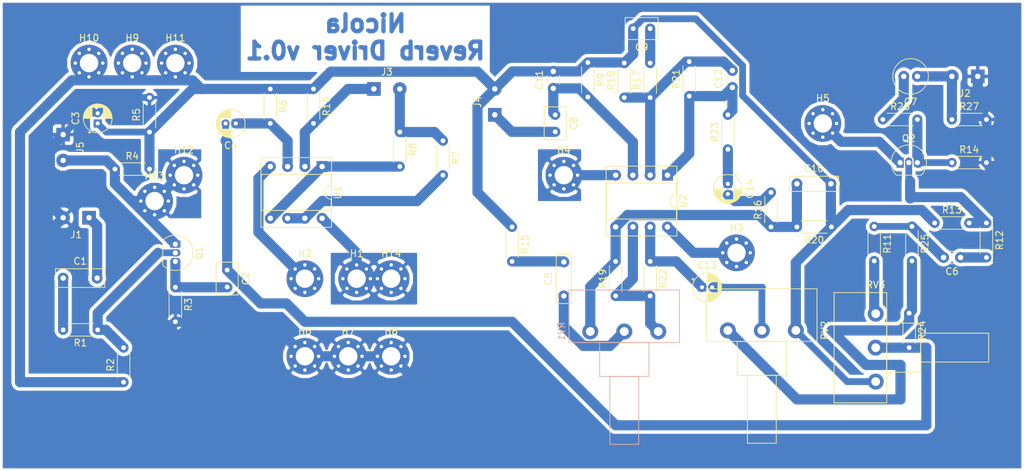
<source format=kicad_pcb>
(kicad_pcb (version 20171130) (host pcbnew 5.0.2+dfsg1-1)
  (layers (0 F.Cu signal) (31 B.Cu signal) (34 B.Paste user) (35 F.Paste user) (36 B.SilkS user) (37 F.SilkS user) (38 B.Mask user) (39 F.Mask user) (44 Edge.Cuts user))
  (net 0 "")
  (net 1 "Net-(C1-Pad1)")
  (net 2 "Net-(C1-Pad2)")
  (net 3 "Net-(C2-Pad2)")
  (net 4 "Net-(C2-Pad1)")
  (net 5 GND)
  (net 6 VDD)
  (net 7 "Net-(C4-Pad1)")
  (net 8 "Net-(C5-Pad2)")
  (net 9 "Net-(C5-Pad1)")
  (net 10 "Net-(C6-Pad2)")
  (net 11 "Net-(C6-Pad1)")
  (net 12 "Net-(C7-Pad1)")
  (net 13 "Net-(C7-Pad2)")
  (net 14 "Net-(C11-Pad1)")
  (net 15 "Net-(C8-Pad2)")
  (net 16 "Net-(C9-Pad1)")
  (net 17 "Net-(C10-Pad1)")
  (net 18 "Net-(C12-Pad1)")
  (net 19 "Net-(C12-Pad2)")
  (net 20 "Net-(C13-Pad1)")
  (net 21 "Net-(C13-Pad2)")
  (net 22 "Net-(C14-Pad1)")
  (net 23 "Net-(C14-Pad2)")
  (net 24 "Net-(J3-Pad1)")
  (net 25 "Net-(J3-Pad2)")
  (net 26 VCC)
  (net 27 "Net-(Q1-Pad2)")
  (net 28 "Net-(Q2-Pad3)")
  (net 29 "Net-(Q2-Pad2)")
  (net 30 "Net-(R7-Pad2)")
  (net 31 "Net-(R8-Pad2)")
  (net 32 "Net-(R19-Pad1)")
  (net 33 "Net-(R24-Pad1)")
  (net 34 "Net-(R11-Pad2)")
  (net 35 "Net-(H5-Pad1)")
  (net 36 "Net-(H2-Pad1)")
  (net 37 "Net-(H1-Pad1)")
  (net 38 "Net-(H3-Pad1)")
  (net 39 "Net-(H4-Pad1)")
  (module Potentiometer_THT:Potentiometer_Piher_T-16H_Single_Horizontal (layer F.Cu) (at 212.25 81.2)
    (fp_text reference RV3 (at 0 -14.25) (layer F.SilkS))
    (fp_text value DRY-POT)
    (pad 1 thru_hole circle (at 0 0) (size 2.34 2.34) (drill 1.3) (layers *.Cu *.Mask) (net 6 VDD))
    (pad 2 thru_hole circle (at 0 -5) (size 2.34 2.34) (drill 1.3) (layers *.Cu *.Mask) (net 4 "Net-(C2-Pad1)"))
    (pad 3 thru_hole circle (at 0 -10) (size 2.34 2.34) (drill 1.3) (layers *.Cu *.Mask) (net 34 "Net-(R11-Pad2)"))
  )
  (module Potentiometer_THT:Potentiometer_Piher_T-16H_Single_Horizontal (layer F.Cu) (at 190.5 73.66 270)
    (fp_text reference RV2 (at 0 -14.25 270) (layer F.SilkS))
    (fp_text value WET-POT)
    (pad 1 thru_hole circle (at 0 0 270) (size 2.34 2.34) (drill 1.3) (layers *.Cu *.Mask) (net 33 "Net-(R24-Pad1)"))
    (pad 2 thru_hole circle (at 0 -5 270) (size 2.34 2.34) (drill 1.3) (layers *.Cu *.Mask) (net 21 "Net-(C13-Pad2)"))
    (pad 3 thru_hole circle (at 0 -10 270) (size 2.34 2.34) (drill 1.3) (layers *.Cu *.Mask) (net 6 VDD))
  )
  (module Potentiometer_THT:Potentiometer_Piher_T-16H_Single_Horizontal (layer B.Cu) (at 180.26 73.82 270)
    (fp_text reference RV1 (at 0 14.25 270) (layer B.SilkS) (effects (justify mirror)))
    (fp_text value TONE_POT)
    (pad 1 thru_hole circle (at 0 0 270) (size 2.34 2.34) (drill 1.3) (layers *.Cu *.Mask) (net 32 "Net-(R19-Pad1)"))
    (pad 2 thru_hole circle (at 0 5 270) (size 2.34 2.34) (drill 1.3) (layers *.Cu *.Mask) (net 9 "Net-(C5-Pad1)"))
    (pad 3 thru_hole circle (at 0 10 270) (size 2.34 2.34) (drill 1.3) (layers *.Cu *.Mask) (net 17 "Net-(C10-Pad1)"))
  )
  (module Capacitor_THT:C_Disc_D3.0mm_W1.6mm_P2.50mm (layer F.Cu) (at 224.730425 62.918192 180)
    (fp_text reference C6 (at 1.25 -2.05 180) (layer F.SilkS))
    (fp_text value 0.1uF)
    (pad 2 thru_hole circle (at 2.5 0 180) (size 1.6 1.6) (drill 0.8) (layers *.Cu *.Mask) (net 10 "Net-(C6-Pad2)"))
    (pad 1 thru_hole circle (at 0 0 180) (size 1.6 1.6) (drill 0.8) (layers *.Cu *.Mask) (net 11 "Net-(C6-Pad1)"))
  )
  (module Resistor_THT:R_Axial_DIN0204_L3.6mm_D1.6mm_P5.08mm_Horizontal (layer F.Cu) (at 220.920425 57.838192)
    (fp_text reference R13 (at 2.54 -1.92) (layer F.SilkS))
    (fp_text value 1M)
    (pad 2 thru_hole oval (at 5.08 0) (size 1.4 1.4) (drill 0.7) (layers *.Cu *.Mask) (net 29 "Net-(Q2-Pad2)"))
    (pad 1 thru_hole circle (at 0 0) (size 1.4 1.4) (drill 0.7) (layers *.Cu *.Mask) (net 6 VDD))
  )
  (module Resistor_THT:R_Axial_DIN0204_L3.6mm_D1.6mm_P5.08mm_Horizontal (layer F.Cu) (at 228.540425 57.838192 270)
    (fp_text reference R12 (at 2.54 -1.92 270) (layer F.SilkS))
    (fp_text value 1k)
    (pad 1 thru_hole circle (at 0 0 270) (size 1.4 1.4) (drill 0.7) (layers *.Cu *.Mask) (net 29 "Net-(Q2-Pad2)"))
    (pad 2 thru_hole oval (at 5.08 0 270) (size 1.4 1.4) (drill 0.7) (layers *.Cu *.Mask) (net 11 "Net-(C6-Pad1)"))
  )
  (module Capacitor_THT:C_Rect_L7.0mm_W2.5mm_P5.00mm (layer F.Cu) (at 92.71 65.959692)
    (fp_text reference C1 (at 2.5 -2.5) (layer F.SilkS))
    (fp_text value 0.1uF)
    (pad 1 thru_hole circle (at 0 0) (size 1.6 1.6) (drill 0.8) (layers *.Cu *.Mask) (net 1 "Net-(C1-Pad1)"))
    (pad 2 thru_hole circle (at 5 0) (size 1.6 1.6) (drill 0.8) (layers *.Cu *.Mask) (net 2 "Net-(C1-Pad2)"))
  )
  (module Capacitor_THT:C_Rect_L4.6mm_W3.0mm_P2.50mm_MKS02_FKP02 (layer F.Cu) (at 116.84 64.77 270)
    (fp_text reference C2 (at 1.25 -2.75 270) (layer F.SilkS))
    (fp_text value 22uF)
    (pad 2 thru_hole circle (at 2.5 0 270) (size 1.4 1.4) (drill 0.7) (layers *.Cu *.Mask) (net 3 "Net-(C2-Pad2)"))
    (pad 1 thru_hole circle (at 0 0 270) (size 1.4 1.4) (drill 0.7) (layers *.Cu *.Mask) (net 4 "Net-(C2-Pad1)"))
  )
  (module Capacitor_THT:CP_Radial_D4.0mm_P1.50mm (layer F.Cu) (at 97.79 43.18 90)
    (fp_text reference C3 (at 0.75 -3.25 90) (layer F.SilkS))
    (fp_text value 10uF)
    (pad 2 thru_hole circle (at 1.5 0 90) (size 1.2 1.2) (drill 0.6) (layers *.Cu *.Mask) (net 5 GND))
    (pad 1 thru_hole rect (at 0 0 90) (size 1.2 1.2) (drill 0.6) (layers *.Cu *.Mask) (net 6 VDD))
  )
  (module Capacitor_THT:CP_Radial_D4.0mm_P1.50mm (layer F.Cu) (at 118.11 43.18 180)
    (fp_text reference C4 (at 0.75 -3.25 180) (layer F.SilkS))
    (fp_text value 1uF)
    (pad 2 thru_hole circle (at 1.5 0 180) (size 1.2 1.2) (drill 0.6) (layers *.Cu *.Mask) (net 4 "Net-(C2-Pad1)"))
    (pad 1 thru_hole rect (at 0 0 180) (size 1.2 1.2) (drill 0.6) (layers *.Cu *.Mask) (net 7 "Net-(C4-Pad1)"))
  )
  (module Capacitor_THT:C_Rect_L7.0mm_W2.0mm_P5.00mm (layer F.Cu) (at 166.37 68.58 90)
    (fp_text reference C5 (at 2.5 -2.25 90) (layer F.SilkS))
    (fp_text value 220nF)
    (pad 2 thru_hole circle (at 5 0 90) (size 1.6 1.6) (drill 0.8) (layers *.Cu *.Mask) (net 8 "Net-(C5-Pad2)"))
    (pad 1 thru_hole circle (at 0 0 90) (size 1.6 1.6) (drill 0.8) (layers *.Cu *.Mask) (net 9 "Net-(C5-Pad1)"))
  )
  (module Capacitor_THT:C_Radial_D5.0mm_H11.0mm_P2.00mm (layer F.Cu) (at 218.380425 36.248192 180)
    (fp_text reference C7 (at 1 -3.75 180) (layer F.SilkS))
    (fp_text value 10uF)
    (pad 1 thru_hole circle (at 0 0 180) (size 1.6 1.6) (drill 0.8) (layers *.Cu *.Mask) (net 12 "Net-(C7-Pad1)"))
    (pad 2 thru_hole circle (at 2 0 180) (size 1.6 1.6) (drill 0.8) (layers *.Cu *.Mask) (net 13 "Net-(C7-Pad2)"))
  )
  (module Capacitor_THT:C_Rect_L4.6mm_W3.0mm_P2.50mm_MKS02_FKP02 (layer F.Cu) (at 165.1 41.91 270)
    (fp_text reference C8 (at 1.25 -2.75 270) (layer F.SilkS))
    (fp_text value 47nF)
    (pad 1 thru_hole circle (at 0 0 270) (size 1.4 1.4) (drill 0.7) (layers *.Cu *.Mask) (net 14 "Net-(C11-Pad1)"))
    (pad 2 thru_hole circle (at 2.5 0 270) (size 1.4 1.4) (drill 0.7) (layers *.Cu *.Mask) (net 15 "Net-(C8-Pad2)"))
  )
  (module Capacitor_THT:C_Rect_L4.6mm_W3.0mm_P2.50mm_MKS02_FKP02 (layer F.Cu) (at 179.07 29.21 180)
    (fp_text reference C9 (at 1.25 -2.75 180) (layer F.SilkS))
    (fp_text value 47nF)
    (pad 1 thru_hole circle (at 0 0 180) (size 1.4 1.4) (drill 0.7) (layers *.Cu *.Mask) (net 16 "Net-(C9-Pad1)"))
    (pad 2 thru_hole circle (at 2.5 0 180) (size 1.4 1.4) (drill 0.7) (layers *.Cu *.Mask) (net 6 VDD))
  )
  (module Capacitor_THT:C_Rect_L7.0mm_W2.0mm_P5.00mm (layer F.Cu) (at 200.66 52.07)
    (fp_text reference C10 (at 2.5 -2.25) (layer F.SilkS))
    (fp_text value 220nF)
    (pad 1 thru_hole circle (at 0 0) (size 1.6 1.6) (drill 0.8) (layers *.Cu *.Mask) (net 17 "Net-(C10-Pad1)"))
    (pad 2 thru_hole circle (at 5 0) (size 1.6 1.6) (drill 0.8) (layers *.Cu *.Mask) (net 6 VDD))
  )
  (module Capacitor_THT:C_Disc_D3.0mm_W1.6mm_P2.50mm (layer F.Cu) (at 164.819005 38.015311 90)
    (fp_text reference C11 (at 1.25 -2.05 90) (layer F.SilkS))
    (fp_text value 1nf)
    (pad 1 thru_hole circle (at 0 0 90) (size 1.6 1.6) (drill 0.8) (layers *.Cu *.Mask) (net 14 "Net-(C11-Pad1)"))
    (pad 2 thru_hole circle (at 2.5 0 90) (size 1.6 1.6) (drill 0.8) (layers *.Cu *.Mask) (net 6 VDD))
  )
  (module Capacitor_THT:C_Disc_D3.0mm_W1.6mm_P2.50mm (layer F.Cu) (at 191.16796 37.88084 90)
    (fp_text reference C12 (at 1.25 -2.05 90) (layer F.SilkS))
    (fp_text value 22pF)
    (pad 1 thru_hole circle (at 0 0 90) (size 1.6 1.6) (drill 0.8) (layers *.Cu *.Mask) (net 18 "Net-(C12-Pad1)"))
    (pad 2 thru_hole circle (at 2.5 0 90) (size 1.6 1.6) (drill 0.8) (layers *.Cu *.Mask) (net 19 "Net-(C12-Pad2)"))
  )
  (module Capacitor_THT:CP_Radial_D4.0mm_P1.50mm (layer F.Cu) (at 186.69 67.31)
    (fp_text reference C13 (at 0.75 -3.25) (layer F.SilkS))
    (fp_text value 4.7uF)
    (pad 1 thru_hole rect (at 0 0) (size 1.2 1.2) (drill 0.6) (layers *.Cu *.Mask) (net 20 "Net-(C13-Pad1)"))
    (pad 2 thru_hole circle (at 1.5 0) (size 1.2 1.2) (drill 0.6) (layers *.Cu *.Mask) (net 21 "Net-(C13-Pad2)"))
  )
  (module Capacitor_THT:CP_Radial_D4.0mm_P1.50mm (layer F.Cu) (at 190.5 52.07 270)
    (fp_text reference C14 (at 0.75 -3.25 270) (layer F.SilkS))
    (fp_text value 4.7uF)
    (pad 1 thru_hole rect (at 0 0 270) (size 1.2 1.2) (drill 0.6) (layers *.Cu *.Mask) (net 22 "Net-(C14-Pad1)"))
    (pad 2 thru_hole circle (at 1.5 0 270) (size 1.2 1.2) (drill 0.6) (layers *.Cu *.Mask) (net 23 "Net-(C14-Pad2)"))
  )
  (module Connector_Wire:SolderWirePad_1x02_P3.81mm_Drill0.8mm (layer F.Cu) (at 96.52 57.069692 180)
    (fp_text reference J1 (at 1.905 -2.5 180) (layer F.SilkS))
    (fp_text value Conn_01x02_Male)
    (pad 2 thru_hole circle (at 3.81 0 180) (size 1.99898 1.99898) (drill 0.8001) (layers *.Cu *.Mask) (net 5 GND))
    (pad 1 thru_hole rect (at 0 0 180) (size 1.99898 1.99898) (drill 0.8001) (layers *.Cu *.Mask) (net 2 "Net-(C1-Pad2)"))
  )
  (module Connector_Wire:SolderWirePad_1x02_P3.81mm_Drill0.8mm (layer F.Cu) (at 227.270425 36.248192 180)
    (fp_text reference J2 (at 1.905 -2.5 180) (layer F.SilkS))
    (fp_text value Conn_01x02_Male)
    (pad 1 thru_hole rect (at 0 0 180) (size 1.99898 1.99898) (drill 0.8001) (layers *.Cu *.Mask) (net 5 GND))
    (pad 2 thru_hole circle (at 3.81 0 180) (size 1.99898 1.99898) (drill 0.8001) (layers *.Cu *.Mask) (net 12 "Net-(C7-Pad1)"))
  )
  (module Connector_Wire:SolderWirePad_1x02_P3.81mm_Drill0.8mm (layer F.Cu) (at 138.43 38.1)
    (fp_text reference J3 (at 1.905 -2.5) (layer F.SilkS))
    (fp_text value Conn_01x02_Male)
    (pad 1 thru_hole rect (at 0 0) (size 1.99898 1.99898) (drill 0.8001) (layers *.Cu *.Mask) (net 24 "Net-(J3-Pad1)"))
    (pad 2 thru_hole circle (at 3.81 0) (size 1.99898 1.99898) (drill 0.8001) (layers *.Cu *.Mask) (net 25 "Net-(J3-Pad2)"))
  )
  (module Connector_Wire:SolderWirePad_1x02_P3.81mm_Drill0.8mm (layer F.Cu) (at 156.21 41.91 90)
    (fp_text reference J4 (at 1.905 -2.5 90) (layer F.SilkS))
    (fp_text value Conn_01x02_Male)
    (pad 2 thru_hole circle (at 3.81 0 90) (size 1.99898 1.99898) (drill 0.8001) (layers *.Cu *.Mask) (net 6 VDD))
    (pad 1 thru_hole rect (at 0 0 90) (size 1.99898 1.99898) (drill 0.8001) (layers *.Cu *.Mask) (net 15 "Net-(C8-Pad2)"))
  )
  (module Connector_Wire:SolderWirePad_1x02_P3.81mm_Drill0.8mm (layer F.Cu) (at 92.71 44.821698 270)
    (fp_text reference J5 (at 1.905 -2.5 270) (layer F.SilkS))
    (fp_text value Conn_01x02_Male)
    (pad 1 thru_hole rect (at 0 0 270) (size 1.99898 1.99898) (drill 0.8001) (layers *.Cu *.Mask) (net 5 GND))
    (pad 2 thru_hole circle (at 3.81 0 270) (size 1.99898 1.99898) (drill 0.8001) (layers *.Cu *.Mask) (net 26 VCC))
  )
  (module Package_TO_SOT_THT:TO-92_Inline (layer F.Cu) (at 109.22 60.96 270)
    (fp_text reference Q1 (at 1.27 -3.56 270) (layer F.SilkS))
    (fp_text value BC337)
    (pad 2 thru_hole oval (at 1.27 0 270) (size 1.05 1.5) (drill 0.75) (layers *.Cu *.Mask) (net 27 "Net-(Q1-Pad2)"))
    (pad 3 thru_hole oval (at 2.54 0 270) (size 1.05 1.5) (drill 0.75) (layers *.Cu *.Mask) (net 3 "Net-(C2-Pad2)"))
    (pad 1 thru_hole rect (at 0 0 270) (size 1.05 1.5) (drill 0.75) (layers *.Cu *.Mask) (net 26 VCC))
  )
  (module Package_TO_SOT_THT:TO-92_Inline (layer F.Cu) (at 215.840425 48.948192)
    (fp_text reference Q2 (at 1.27 -3.56) (layer F.SilkS))
    (fp_text value BC337)
    (pad 1 thru_hole rect (at 0 0) (size 1.05 1.5) (drill 0.75) (layers *.Cu *.Mask) (net 35 "Net-(H5-Pad1)"))
    (pad 3 thru_hole oval (at 2.54 0) (size 1.05 1.5) (drill 0.75) (layers *.Cu *.Mask) (net 28 "Net-(Q2-Pad3)"))
    (pad 2 thru_hole oval (at 1.27 0) (size 1.05 1.5) (drill 0.75) (layers *.Cu *.Mask) (net 29 "Net-(Q2-Pad2)"))
  )
  (module Resistor_THT:R_Axial_DIN0204_L3.6mm_D1.6mm_P5.08mm_Horizontal (layer F.Cu) (at 97.79 73.579692 180)
    (fp_text reference R1 (at 2.54 -1.92 180) (layer F.SilkS))
    (fp_text value 1k)
    (pad 2 thru_hole oval (at 5.08 0 180) (size 1.4 1.4) (drill 0.7) (layers *.Cu *.Mask) (net 1 "Net-(C1-Pad1)"))
    (pad 1 thru_hole circle (at 0 0 180) (size 1.4 1.4) (drill 0.7) (layers *.Cu *.Mask) (net 27 "Net-(Q1-Pad2)"))
  )
  (module Resistor_THT:R_Axial_DIN0204_L3.6mm_D1.6mm_P5.08mm_Horizontal (layer F.Cu) (at 101.6 81.28 90)
    (fp_text reference R2 (at 2.54 -1.92 90) (layer F.SilkS))
    (fp_text value 1M)
    (pad 1 thru_hole circle (at 0 0 90) (size 1.4 1.4) (drill 0.7) (layers *.Cu *.Mask) (net 6 VDD))
    (pad 2 thru_hole oval (at 5.08 0 90) (size 1.4 1.4) (drill 0.7) (layers *.Cu *.Mask) (net 27 "Net-(Q1-Pad2)"))
  )
  (module Resistor_THT:R_Axial_DIN0204_L3.6mm_D1.6mm_P5.08mm_Horizontal (layer F.Cu) (at 109.22 67.31 270)
    (fp_text reference R3 (at 2.54 -1.92 270) (layer F.SilkS))
    (fp_text value 10k)
    (pad 1 thru_hole circle (at 0 0 270) (size 1.4 1.4) (drill 0.7) (layers *.Cu *.Mask) (net 3 "Net-(C2-Pad2)"))
    (pad 2 thru_hole oval (at 5.08 0 270) (size 1.4 1.4) (drill 0.7) (layers *.Cu *.Mask) (net 5 GND))
  )
  (module Resistor_THT:R_Axial_DIN0204_L3.6mm_D1.6mm_P5.08mm_Horizontal (layer F.Cu) (at 100.33 49.901698)
    (fp_text reference R4 (at 2.54 -1.92) (layer F.SilkS))
    (fp_text value 10k)
    (pad 2 thru_hole oval (at 5.08 0) (size 1.4 1.4) (drill 0.7) (layers *.Cu *.Mask) (net 6 VDD))
    (pad 1 thru_hole circle (at 0 0) (size 1.4 1.4) (drill 0.7) (layers *.Cu *.Mask) (net 26 VCC))
  )
  (module Resistor_THT:R_Axial_DIN0204_L3.6mm_D1.6mm_P5.08mm_Horizontal (layer F.Cu) (at 105.41 44.45 90)
    (fp_text reference R5 (at 2.54 -1.92 90) (layer F.SilkS))
    (fp_text value 10k)
    (pad 1 thru_hole circle (at 0 0 90) (size 1.4 1.4) (drill 0.7) (layers *.Cu *.Mask) (net 6 VDD))
    (pad 2 thru_hole oval (at 5.08 0 90) (size 1.4 1.4) (drill 0.7) (layers *.Cu *.Mask) (net 5 GND))
  )
  (module Resistor_THT:R_Axial_DIN0204_L3.6mm_D1.6mm_P5.08mm_Horizontal (layer F.Cu) (at 123.19 38.1 270)
    (fp_text reference R6 (at 2.54 -1.92 270) (layer F.SilkS))
    (fp_text value 100k)
    (pad 1 thru_hole circle (at 0 0 270) (size 1.4 1.4) (drill 0.7) (layers *.Cu *.Mask) (net 6 VDD))
    (pad 2 thru_hole oval (at 5.08 0 270) (size 1.4 1.4) (drill 0.7) (layers *.Cu *.Mask) (net 7 "Net-(C4-Pad1)"))
  )
  (module Resistor_THT:R_Axial_DIN0204_L3.6mm_D1.6mm_P5.08mm_Horizontal (layer F.Cu) (at 148.59 45.72 270)
    (fp_text reference R7 (at 2.54 -1.92 270) (layer F.SilkS))
    (fp_text value 1k)
    (pad 2 thru_hole oval (at 5.08 0 270) (size 1.4 1.4) (drill 0.7) (layers *.Cu *.Mask) (net 30 "Net-(R7-Pad2)"))
    (pad 1 thru_hole circle (at 0 0 270) (size 1.4 1.4) (drill 0.7) (layers *.Cu *.Mask) (net 25 "Net-(J3-Pad2)"))
  )
  (module Resistor_THT:R_Axial_DIN0204_L3.6mm_D1.6mm_P5.08mm_Horizontal (layer F.Cu) (at 142.24 44.45 270)
    (fp_text reference R8 (at 2.54 -1.92 270) (layer F.SilkS))
    (fp_text value 1k)
    (pad 1 thru_hole circle (at 0 0 270) (size 1.4 1.4) (drill 0.7) (layers *.Cu *.Mask) (net 25 "Net-(J3-Pad2)"))
    (pad 2 thru_hole oval (at 5.08 0 270) (size 1.4 1.4) (drill 0.7) (layers *.Cu *.Mask) (net 31 "Net-(R8-Pad2)"))
  )
  (module Resistor_THT:R_Axial_DIN0204_L3.6mm_D1.6mm_P5.08mm_Horizontal (layer F.Cu) (at 169.899005 34.205311 270)
    (fp_text reference R9 (at 2.54 -1.92 270) (layer F.SilkS))
    (fp_text value 22k)
    (pad 1 thru_hole circle (at 0 0 270) (size 1.4 1.4) (drill 0.7) (layers *.Cu *.Mask) (net 6 VDD))
    (pad 2 thru_hole oval (at 5.08 0 270) (size 1.4 1.4) (drill 0.7) (layers *.Cu *.Mask) (net 14 "Net-(C11-Pad1)"))
  )
  (module Resistor_THT:R_Axial_DIN0204_L3.6mm_D1.6mm_P5.08mm_Horizontal (layer F.Cu) (at 129.54 38.1 270)
    (fp_text reference R10 (at 2.54 -1.92 270) (layer F.SilkS))
    (fp_text value 100k)
    (pad 2 thru_hole oval (at 5.08 0 270) (size 1.4 1.4) (drill 0.7) (layers *.Cu *.Mask) (net 24 "Net-(J3-Pad1)"))
    (pad 1 thru_hole circle (at 0 0 270) (size 1.4 1.4) (drill 0.7) (layers *.Cu *.Mask) (net 6 VDD))
  )
  (module Resistor_THT:R_Axial_DIN0204_L3.6mm_D1.6mm_P5.08mm_Horizontal (layer F.Cu) (at 212.030425 58.350178 270)
    (fp_text reference R11 (at 2.54 -1.92 270) (layer F.SilkS))
    (fp_text value 10k)
    (pad 2 thru_hole oval (at 5.08 0 270) (size 1.4 1.4) (drill 0.7) (layers *.Cu *.Mask) (net 34 "Net-(R11-Pad2)"))
    (pad 1 thru_hole circle (at 0 0 270) (size 1.4 1.4) (drill 0.7) (layers *.Cu *.Mask) (net 10 "Net-(C6-Pad2)"))
  )
  (module Resistor_THT:R_Axial_DIN0204_L3.6mm_D1.6mm_P5.08mm_Horizontal (layer F.Cu) (at 223.460425 48.948192)
    (fp_text reference R14 (at 2.54 -1.92) (layer F.SilkS))
    (fp_text value 10k)
    (pad 2 thru_hole oval (at 5.08 0) (size 1.4 1.4) (drill 0.7) (layers *.Cu *.Mask) (net 5 GND))
    (pad 1 thru_hole circle (at 0 0) (size 1.4 1.4) (drill 0.7) (layers *.Cu *.Mask) (net 28 "Net-(Q2-Pad3)"))
  )
  (module Resistor_THT:R_Axial_DIN0204_L3.6mm_D1.6mm_P5.08mm_Horizontal (layer F.Cu) (at 158.75 58.42 270)
    (fp_text reference R15 (at 2.54 -1.92 270) (layer F.SilkS))
    (fp_text value 10k)
    (pad 2 thru_hole oval (at 5.08 0 270) (size 1.4 1.4) (drill 0.7) (layers *.Cu *.Mask) (net 8 "Net-(C5-Pad2)"))
    (pad 1 thru_hole circle (at 0 0 270) (size 1.4 1.4) (drill 0.7) (layers *.Cu *.Mask) (net 6 VDD))
  )
  (module Resistor_THT:R_Axial_DIN0204_L3.6mm_D1.6mm_P5.08mm_Horizontal (layer F.Cu) (at 196.85 58.42 90)
    (fp_text reference R16 (at 2.54 -1.92 90) (layer F.SilkS))
    (fp_text value 1k)
    (pad 1 thru_hole circle (at 0 0 90) (size 1.4 1.4) (drill 0.7) (layers *.Cu *.Mask) (net 17 "Net-(C10-Pad1)"))
    (pad 2 thru_hole oval (at 5.08 0 90) (size 1.4 1.4) (drill 0.7) (layers *.Cu *.Mask) (net 23 "Net-(C14-Pad2)"))
  )
  (module Resistor_THT:R_Axial_DIN0204_L3.6mm_D1.6mm_P5.08mm_Horizontal (layer F.Cu) (at 179.07 39.37 90)
    (fp_text reference R17 (at 2.54 -1.92 90) (layer F.SilkS))
    (fp_text value 220)
    (pad 2 thru_hole oval (at 5.08 0 90) (size 1.4 1.4) (drill 0.7) (layers *.Cu *.Mask) (net 16 "Net-(C9-Pad1)"))
    (pad 1 thru_hole circle (at 0 0 90) (size 1.4 1.4) (drill 0.7) (layers *.Cu *.Mask) (net 19 "Net-(C12-Pad2)"))
  )
  (module Resistor_THT:R_Axial_DIN0204_L3.6mm_D1.6mm_P5.08mm_Horizontal (layer F.Cu) (at 175.26 39.37 90)
    (fp_text reference R18 (at 2.54 -1.92 90) (layer F.SilkS))
    (fp_text value 1k)
    (pad 2 thru_hole oval (at 5.08 0 90) (size 1.4 1.4) (drill 0.7) (layers *.Cu *.Mask) (net 6 VDD))
    (pad 1 thru_hole circle (at 0 0 90) (size 1.4 1.4) (drill 0.7) (layers *.Cu *.Mask) (net 19 "Net-(C12-Pad2)"))
  )
  (module Resistor_THT:R_Axial_DIN0204_L3.6mm_D1.6mm_P5.08mm_Horizontal (layer F.Cu) (at 173.99 68.58 90)
    (fp_text reference R19 (at 2.54 -1.92 90) (layer F.SilkS))
    (fp_text value 1k)
    (pad 2 thru_hole oval (at 5.08 0 90) (size 1.4 1.4) (drill 0.7) (layers *.Cu *.Mask) (net 17 "Net-(C10-Pad1)"))
    (pad 1 thru_hole circle (at 0 0 90) (size 1.4 1.4) (drill 0.7) (layers *.Cu *.Mask) (net 32 "Net-(R19-Pad1)"))
  )
  (module Resistor_THT:R_Axial_DIN0204_L3.6mm_D1.6mm_P5.08mm_Horizontal (layer F.Cu) (at 205.74 58.42 180)
    (fp_text reference R20 (at 2.54 -1.92 180) (layer F.SilkS))
    (fp_text value 100k)
    (pad 1 thru_hole circle (at 0 0 180) (size 1.4 1.4) (drill 0.7) (layers *.Cu *.Mask) (net 6 VDD))
    (pad 2 thru_hole oval (at 5.08 0 180) (size 1.4 1.4) (drill 0.7) (layers *.Cu *.Mask) (net 17 "Net-(C10-Pad1)"))
  )
  (module Resistor_THT:R_Axial_DIN0204_L3.6mm_D1.6mm_P5.08mm_Horizontal (layer F.Cu) (at 184.81796 39.15084 90)
    (fp_text reference R21 (at 2.54 -1.92 90) (layer F.SilkS))
    (fp_text value 100k)
    (pad 1 thru_hole circle (at 0 0 90) (size 1.4 1.4) (drill 0.7) (layers *.Cu *.Mask) (net 18 "Net-(C12-Pad1)"))
    (pad 2 thru_hole oval (at 5.08 0 90) (size 1.4 1.4) (drill 0.7) (layers *.Cu *.Mask) (net 19 "Net-(C12-Pad2)"))
  )
  (module Resistor_THT:R_Axial_DIN0204_L3.6mm_D1.6mm_P5.08mm_Horizontal (layer F.Cu) (at 179.07 63.5 270)
    (fp_text reference R22 (at 2.54 -1.92 270) (layer F.SilkS))
    (fp_text value 1k)
    (pad 1 thru_hole circle (at 0 0 270) (size 1.4 1.4) (drill 0.7) (layers *.Cu *.Mask) (net 20 "Net-(C13-Pad1)"))
    (pad 2 thru_hole oval (at 5.08 0 270) (size 1.4 1.4) (drill 0.7) (layers *.Cu *.Mask) (net 32 "Net-(R19-Pad1)"))
  )
  (module Resistor_THT:R_Axial_DIN0204_L3.6mm_D1.6mm_P5.08mm_Horizontal (layer F.Cu) (at 190.5 46.99 90)
    (fp_text reference R23 (at 2.54 -1.92 90) (layer F.SilkS))
    (fp_text value 4k7)
    (pad 1 thru_hole circle (at 0 0 90) (size 1.4 1.4) (drill 0.7) (layers *.Cu *.Mask) (net 22 "Net-(C14-Pad1)"))
    (pad 2 thru_hole oval (at 5.08 0 90) (size 1.4 1.4) (drill 0.7) (layers *.Cu *.Mask) (net 18 "Net-(C12-Pad1)"))
  )
  (module Resistor_THT:R_Axial_DIN0204_L3.6mm_D1.6mm_P5.08mm_Horizontal (layer F.Cu) (at 217.17 71.12 270)
    (fp_text reference R24 (at 2.54 -1.92 270) (layer F.SilkS))
    (fp_text value 4k7)
    (pad 1 thru_hole circle (at 0 0 270) (size 1.4 1.4) (drill 0.7) (layers *.Cu *.Mask) (net 33 "Net-(R24-Pad1)"))
    (pad 2 thru_hole oval (at 5.08 0 270) (size 1.4 1.4) (drill 0.7) (layers *.Cu *.Mask) (net 4 "Net-(C2-Pad1)"))
  )
  (module Resistor_THT:R_Axial_DIN0204_L3.6mm_D1.6mm_P5.08mm_Horizontal (layer F.Cu) (at 217.581509 58.350178 270)
    (fp_text reference R25 (at 2.54 -1.92 270) (layer F.SilkS))
    (fp_text value 10k)
    (pad 1 thru_hole circle (at 0 0 270) (size 1.4 1.4) (drill 0.7) (layers *.Cu *.Mask) (net 10 "Net-(C6-Pad2)"))
    (pad 2 thru_hole oval (at 5.08 0 270) (size 1.4 1.4) (drill 0.7) (layers *.Cu *.Mask) (net 33 "Net-(R24-Pad1)"))
  )
  (module Resistor_THT:R_Axial_DIN0204_L3.6mm_D1.6mm_P5.08mm_Horizontal (layer F.Cu) (at 213.300425 42.598192)
    (fp_text reference R26 (at 2.54 -1.92) (layer F.SilkS))
    (fp_text value 1k)
    (pad 2 thru_hole oval (at 5.08 0) (size 1.4 1.4) (drill 0.7) (layers *.Cu *.Mask) (net 28 "Net-(Q2-Pad3)"))
    (pad 1 thru_hole circle (at 0 0) (size 1.4 1.4) (drill 0.7) (layers *.Cu *.Mask) (net 13 "Net-(C7-Pad2)"))
  )
  (module Resistor_THT:R_Axial_DIN0204_L3.6mm_D1.6mm_P5.08mm_Horizontal (layer F.Cu) (at 223.460425 42.598192)
    (fp_text reference R27 (at 2.54 -1.92) (layer F.SilkS))
    (fp_text value 10k)
    (pad 2 thru_hole oval (at 5.08 0) (size 1.4 1.4) (drill 0.7) (layers *.Cu *.Mask) (net 5 GND))
    (pad 1 thru_hole circle (at 0 0) (size 1.4 1.4) (drill 0.7) (layers *.Cu *.Mask) (net 12 "Net-(C7-Pad1)"))
  )
  (module Package_DIP:DIP-8_W7.62mm_Socket (layer F.Cu) (at 130.81 49.53 270)
    (fp_text reference U1 (at 3.81 -2.33 270) (layer F.SilkS))
    (fp_text value TL082)
    (pad 1 thru_hole rect (at 0 0 270) (size 1.6 1.6) (drill 0.8) (layers *.Cu *.Mask) (net 31 "Net-(R8-Pad2)"))
    (pad 5 thru_hole oval (at 7.62 7.62 270) (size 1.6 1.6) (drill 0.8) (layers *.Cu *.Mask) (net 31 "Net-(R8-Pad2)"))
    (pad 2 thru_hole oval (at 0 2.54 270) (size 1.6 1.6) (drill 0.8) (layers *.Cu *.Mask) (net 24 "Net-(J3-Pad1)"))
    (pad 6 thru_hole oval (at 7.62 5.08 270) (size 1.6 1.6) (drill 0.8) (layers *.Cu *.Mask) (net 30 "Net-(R7-Pad2)"))
    (pad 3 thru_hole oval (at 0 5.08 270) (size 1.6 1.6) (drill 0.8) (layers *.Cu *.Mask) (net 7 "Net-(C4-Pad1)"))
    (pad 7 thru_hole oval (at 7.62 2.54 270) (size 1.6 1.6) (drill 0.8) (layers *.Cu *.Mask) (net 30 "Net-(R7-Pad2)"))
    (pad 4 thru_hole oval (at 0 7.62 270) (size 1.6 1.6) (drill 0.8) (layers *.Cu *.Mask) (net 36 "Net-(H2-Pad1)"))
    (pad 8 thru_hole oval (at 7.62 0 270) (size 1.6 1.6) (drill 0.8) (layers *.Cu *.Mask) (net 37 "Net-(H1-Pad1)"))
  )
  (module Package_DIP:DIP-8_W7.62mm_Socket (layer F.Cu) (at 181.61 50.8 270)
    (fp_text reference U2 (at 3.81 -2.33 270) (layer F.SilkS))
    (fp_text value TL082)
    (pad 8 thru_hole oval (at 7.62 0 270) (size 1.6 1.6) (drill 0.8) (layers *.Cu *.Mask) (net 38 "Net-(H3-Pad1)"))
    (pad 4 thru_hole oval (at 0 7.62 270) (size 1.6 1.6) (drill 0.8) (layers *.Cu *.Mask) (net 39 "Net-(H4-Pad1)"))
    (pad 7 thru_hole oval (at 7.62 2.54 270) (size 1.6 1.6) (drill 0.8) (layers *.Cu *.Mask) (net 20 "Net-(C13-Pad1)"))
    (pad 3 thru_hole oval (at 0 5.08 270) (size 1.6 1.6) (drill 0.8) (layers *.Cu *.Mask) (net 14 "Net-(C11-Pad1)"))
    (pad 6 thru_hole oval (at 7.62 5.08 270) (size 1.6 1.6) (drill 0.8) (layers *.Cu *.Mask) (net 32 "Net-(R19-Pad1)"))
    (pad 2 thru_hole oval (at 0 2.54 270) (size 1.6 1.6) (drill 0.8) (layers *.Cu *.Mask) (net 19 "Net-(C12-Pad2)"))
    (pad 5 thru_hole oval (at 7.62 7.62 270) (size 1.6 1.6) (drill 0.8) (layers *.Cu *.Mask) (net 17 "Net-(C10-Pad1)"))
    (pad 1 thru_hole rect (at 0 0 270) (size 1.6 1.6) (drill 0.8) (layers *.Cu *.Mask) (net 18 "Net-(C12-Pad1)"))
  )
  (module MountingHole:MountingHole_2.7mm_M2.5_Pad_Via (layer F.Cu) (at 135.89 66.04)
    (fp_text reference H1 (at 0 -3.7) (layer F.SilkS))
    (fp_text value "U1 VCC")
    (pad 1 thru_hole circle (at 0 0) (size 5.4 5.4) (drill 2.7) (layers *.Cu *.Mask) (net 37 "Net-(H1-Pad1)"))
    (pad 1 thru_hole circle (at 2.025 0) (size 0.8 0.8) (drill 0.5) (layers *.Cu *.Mask) (net 37 "Net-(H1-Pad1)"))
    (pad 1 thru_hole circle (at 1.431891 1.431891) (size 0.8 0.8) (drill 0.5) (layers *.Cu *.Mask) (net 37 "Net-(H1-Pad1)"))
    (pad 1 thru_hole circle (at 0 2.025) (size 0.8 0.8) (drill 0.5) (layers *.Cu *.Mask) (net 37 "Net-(H1-Pad1)"))
    (pad 1 thru_hole circle (at -1.431891 1.431891) (size 0.8 0.8) (drill 0.5) (layers *.Cu *.Mask) (net 37 "Net-(H1-Pad1)"))
    (pad 1 thru_hole circle (at -2.025 0) (size 0.8 0.8) (drill 0.5) (layers *.Cu *.Mask) (net 37 "Net-(H1-Pad1)"))
    (pad 1 thru_hole circle (at -1.431891 -1.431891) (size 0.8 0.8) (drill 0.5) (layers *.Cu *.Mask) (net 37 "Net-(H1-Pad1)"))
    (pad 1 thru_hole circle (at 0 -2.025) (size 0.8 0.8) (drill 0.5) (layers *.Cu *.Mask) (net 37 "Net-(H1-Pad1)"))
    (pad 1 thru_hole circle (at 1.431891 -1.431891) (size 0.8 0.8) (drill 0.5) (layers *.Cu *.Mask) (net 37 "Net-(H1-Pad1)"))
  )
  (module MountingHole:MountingHole_2.7mm_M2.5_Pad_Via (layer F.Cu) (at 128.27 66.04)
    (fp_text reference H2 (at 0 -3.7) (layer F.SilkS))
    (fp_text value "U1 GND")
    (pad 1 thru_hole circle (at 1.431891 -1.431891) (size 0.8 0.8) (drill 0.5) (layers *.Cu *.Mask) (net 36 "Net-(H2-Pad1)"))
    (pad 1 thru_hole circle (at 0 -2.025) (size 0.8 0.8) (drill 0.5) (layers *.Cu *.Mask) (net 36 "Net-(H2-Pad1)"))
    (pad 1 thru_hole circle (at -1.431891 -1.431891) (size 0.8 0.8) (drill 0.5) (layers *.Cu *.Mask) (net 36 "Net-(H2-Pad1)"))
    (pad 1 thru_hole circle (at -2.025 0) (size 0.8 0.8) (drill 0.5) (layers *.Cu *.Mask) (net 36 "Net-(H2-Pad1)"))
    (pad 1 thru_hole circle (at -1.431891 1.431891) (size 0.8 0.8) (drill 0.5) (layers *.Cu *.Mask) (net 36 "Net-(H2-Pad1)"))
    (pad 1 thru_hole circle (at 0 2.025) (size 0.8 0.8) (drill 0.5) (layers *.Cu *.Mask) (net 36 "Net-(H2-Pad1)"))
    (pad 1 thru_hole circle (at 1.431891 1.431891) (size 0.8 0.8) (drill 0.5) (layers *.Cu *.Mask) (net 36 "Net-(H2-Pad1)"))
    (pad 1 thru_hole circle (at 2.025 0) (size 0.8 0.8) (drill 0.5) (layers *.Cu *.Mask) (net 36 "Net-(H2-Pad1)"))
    (pad 1 thru_hole circle (at 0 0) (size 5.4 5.4) (drill 2.7) (layers *.Cu *.Mask) (net 36 "Net-(H2-Pad1)"))
  )
  (module MountingHole:MountingHole_2.7mm_M2.5_Pad_Via (layer F.Cu) (at 191.77 62.23)
    (fp_text reference H3 (at 0 -3.7) (layer F.SilkS))
    (fp_text value "U2 VCC")
    (pad 1 thru_hole circle (at 1.431891 -1.431891) (size 0.8 0.8) (drill 0.5) (layers *.Cu *.Mask) (net 38 "Net-(H3-Pad1)"))
    (pad 1 thru_hole circle (at 0 -2.025) (size 0.8 0.8) (drill 0.5) (layers *.Cu *.Mask) (net 38 "Net-(H3-Pad1)"))
    (pad 1 thru_hole circle (at -1.431891 -1.431891) (size 0.8 0.8) (drill 0.5) (layers *.Cu *.Mask) (net 38 "Net-(H3-Pad1)"))
    (pad 1 thru_hole circle (at -2.025 0) (size 0.8 0.8) (drill 0.5) (layers *.Cu *.Mask) (net 38 "Net-(H3-Pad1)"))
    (pad 1 thru_hole circle (at -1.431891 1.431891) (size 0.8 0.8) (drill 0.5) (layers *.Cu *.Mask) (net 38 "Net-(H3-Pad1)"))
    (pad 1 thru_hole circle (at 0 2.025) (size 0.8 0.8) (drill 0.5) (layers *.Cu *.Mask) (net 38 "Net-(H3-Pad1)"))
    (pad 1 thru_hole circle (at 1.431891 1.431891) (size 0.8 0.8) (drill 0.5) (layers *.Cu *.Mask) (net 38 "Net-(H3-Pad1)"))
    (pad 1 thru_hole circle (at 2.025 0) (size 0.8 0.8) (drill 0.5) (layers *.Cu *.Mask) (net 38 "Net-(H3-Pad1)"))
    (pad 1 thru_hole circle (at 0 0) (size 5.4 5.4) (drill 2.7) (layers *.Cu *.Mask) (net 38 "Net-(H3-Pad1)"))
  )
  (module MountingHole:MountingHole_2.7mm_M2.5_Pad_Via (layer F.Cu) (at 166.37 50.8)
    (fp_text reference H4 (at 0 -3.7) (layer F.SilkS))
    (fp_text value "U2 GND")
    (pad 1 thru_hole circle (at 0 0) (size 5.4 5.4) (drill 2.7) (layers *.Cu *.Mask) (net 39 "Net-(H4-Pad1)"))
    (pad 1 thru_hole circle (at 2.025 0) (size 0.8 0.8) (drill 0.5) (layers *.Cu *.Mask) (net 39 "Net-(H4-Pad1)"))
    (pad 1 thru_hole circle (at 1.431891 1.431891) (size 0.8 0.8) (drill 0.5) (layers *.Cu *.Mask) (net 39 "Net-(H4-Pad1)"))
    (pad 1 thru_hole circle (at 0 2.025) (size 0.8 0.8) (drill 0.5) (layers *.Cu *.Mask) (net 39 "Net-(H4-Pad1)"))
    (pad 1 thru_hole circle (at -1.431891 1.431891) (size 0.8 0.8) (drill 0.5) (layers *.Cu *.Mask) (net 39 "Net-(H4-Pad1)"))
    (pad 1 thru_hole circle (at -2.025 0) (size 0.8 0.8) (drill 0.5) (layers *.Cu *.Mask) (net 39 "Net-(H4-Pad1)"))
    (pad 1 thru_hole circle (at -1.431891 -1.431891) (size 0.8 0.8) (drill 0.5) (layers *.Cu *.Mask) (net 39 "Net-(H4-Pad1)"))
    (pad 1 thru_hole circle (at 0 -2.025) (size 0.8 0.8) (drill 0.5) (layers *.Cu *.Mask) (net 39 "Net-(H4-Pad1)"))
    (pad 1 thru_hole circle (at 1.431891 -1.431891) (size 0.8 0.8) (drill 0.5) (layers *.Cu *.Mask) (net 39 "Net-(H4-Pad1)"))
  )
  (module MountingHole:MountingHole_2.7mm_M2.5_Pad_Via (layer F.Cu) (at 204.47 43.18)
    (fp_text reference H5 (at 0 -3.7) (layer F.SilkS))
    (fp_text value "Q2 VCC")
    (pad 1 thru_hole circle (at 0 0) (size 5.4 5.4) (drill 2.7) (layers *.Cu *.Mask) (net 35 "Net-(H5-Pad1)"))
    (pad 1 thru_hole circle (at 2.025 0) (size 0.8 0.8) (drill 0.5) (layers *.Cu *.Mask) (net 35 "Net-(H5-Pad1)"))
    (pad 1 thru_hole circle (at 1.431891 1.431891) (size 0.8 0.8) (drill 0.5) (layers *.Cu *.Mask) (net 35 "Net-(H5-Pad1)"))
    (pad 1 thru_hole circle (at 0 2.025) (size 0.8 0.8) (drill 0.5) (layers *.Cu *.Mask) (net 35 "Net-(H5-Pad1)"))
    (pad 1 thru_hole circle (at -1.431891 1.431891) (size 0.8 0.8) (drill 0.5) (layers *.Cu *.Mask) (net 35 "Net-(H5-Pad1)"))
    (pad 1 thru_hole circle (at -2.025 0) (size 0.8 0.8) (drill 0.5) (layers *.Cu *.Mask) (net 35 "Net-(H5-Pad1)"))
    (pad 1 thru_hole circle (at -1.431891 -1.431891) (size 0.8 0.8) (drill 0.5) (layers *.Cu *.Mask) (net 35 "Net-(H5-Pad1)"))
    (pad 1 thru_hole circle (at 0 -2.025) (size 0.8 0.8) (drill 0.5) (layers *.Cu *.Mask) (net 35 "Net-(H5-Pad1)"))
    (pad 1 thru_hole circle (at 1.431891 -1.431891) (size 0.8 0.8) (drill 0.5) (layers *.Cu *.Mask) (net 35 "Net-(H5-Pad1)"))
  )
  (module MountingHole:MountingHole_2.7mm_M2.5_Pad_Via (layer F.Cu) (at 128.27 77.47)
    (fp_text reference H6 (at 0 -3.7) (layer F.SilkS))
    (fp_text value "AUX GND")
    (pad 1 thru_hole circle (at 0 0) (size 5.4 5.4) (drill 2.7) (layers *.Cu *.Mask) (net 5 GND))
    (pad 1 thru_hole circle (at 2.025 0) (size 0.8 0.8) (drill 0.5) (layers *.Cu *.Mask) (net 5 GND))
    (pad 1 thru_hole circle (at 1.431891 1.431891) (size 0.8 0.8) (drill 0.5) (layers *.Cu *.Mask) (net 5 GND))
    (pad 1 thru_hole circle (at 0 2.025) (size 0.8 0.8) (drill 0.5) (layers *.Cu *.Mask) (net 5 GND))
    (pad 1 thru_hole circle (at -1.431891 1.431891) (size 0.8 0.8) (drill 0.5) (layers *.Cu *.Mask) (net 5 GND))
    (pad 1 thru_hole circle (at -2.025 0) (size 0.8 0.8) (drill 0.5) (layers *.Cu *.Mask) (net 5 GND))
    (pad 1 thru_hole circle (at -1.431891 -1.431891) (size 0.8 0.8) (drill 0.5) (layers *.Cu *.Mask) (net 5 GND))
    (pad 1 thru_hole circle (at 0 -2.025) (size 0.8 0.8) (drill 0.5) (layers *.Cu *.Mask) (net 5 GND))
    (pad 1 thru_hole circle (at 1.431891 -1.431891) (size 0.8 0.8) (drill 0.5) (layers *.Cu *.Mask) (net 5 GND))
  )
  (module MountingHole:MountingHole_2.7mm_M2.5_Pad_Via (layer F.Cu) (at 134.655001 77.47)
    (fp_text reference H7 (at 0 -3.7) (layer F.SilkS))
    (fp_text value "AUX GND")
    (pad 1 thru_hole circle (at 1.431891 -1.431891) (size 0.8 0.8) (drill 0.5) (layers *.Cu *.Mask) (net 5 GND))
    (pad 1 thru_hole circle (at 0 -2.025) (size 0.8 0.8) (drill 0.5) (layers *.Cu *.Mask) (net 5 GND))
    (pad 1 thru_hole circle (at -1.431891 -1.431891) (size 0.8 0.8) (drill 0.5) (layers *.Cu *.Mask) (net 5 GND))
    (pad 1 thru_hole circle (at -2.025 0) (size 0.8 0.8) (drill 0.5) (layers *.Cu *.Mask) (net 5 GND))
    (pad 1 thru_hole circle (at -1.431891 1.431891) (size 0.8 0.8) (drill 0.5) (layers *.Cu *.Mask) (net 5 GND))
    (pad 1 thru_hole circle (at 0 2.025) (size 0.8 0.8) (drill 0.5) (layers *.Cu *.Mask) (net 5 GND))
    (pad 1 thru_hole circle (at 1.431891 1.431891) (size 0.8 0.8) (drill 0.5) (layers *.Cu *.Mask) (net 5 GND))
    (pad 1 thru_hole circle (at 2.025 0) (size 0.8 0.8) (drill 0.5) (layers *.Cu *.Mask) (net 5 GND))
    (pad 1 thru_hole circle (at 0 0) (size 5.4 5.4) (drill 2.7) (layers *.Cu *.Mask) (net 5 GND))
  )
  (module MountingHole:MountingHole_2.7mm_M2.5_Pad_Via (layer F.Cu) (at 140.97 77.47)
    (fp_text reference H8 (at 0 -3.7) (layer F.SilkS))
    (fp_text value "AUX GND")
    (pad 1 thru_hole circle (at 0 0) (size 5.4 5.4) (drill 2.7) (layers *.Cu *.Mask) (net 5 GND))
    (pad 1 thru_hole circle (at 2.025 0) (size 0.8 0.8) (drill 0.5) (layers *.Cu *.Mask) (net 5 GND))
    (pad 1 thru_hole circle (at 1.431891 1.431891) (size 0.8 0.8) (drill 0.5) (layers *.Cu *.Mask) (net 5 GND))
    (pad 1 thru_hole circle (at 0 2.025) (size 0.8 0.8) (drill 0.5) (layers *.Cu *.Mask) (net 5 GND))
    (pad 1 thru_hole circle (at -1.431891 1.431891) (size 0.8 0.8) (drill 0.5) (layers *.Cu *.Mask) (net 5 GND))
    (pad 1 thru_hole circle (at -2.025 0) (size 0.8 0.8) (drill 0.5) (layers *.Cu *.Mask) (net 5 GND))
    (pad 1 thru_hole circle (at -1.431891 -1.431891) (size 0.8 0.8) (drill 0.5) (layers *.Cu *.Mask) (net 5 GND))
    (pad 1 thru_hole circle (at 0 -2.025) (size 0.8 0.8) (drill 0.5) (layers *.Cu *.Mask) (net 5 GND))
    (pad 1 thru_hole circle (at 1.431891 -1.431891) (size 0.8 0.8) (drill 0.5) (layers *.Cu *.Mask) (net 5 GND))
  )
  (module MountingHole:MountingHole_2.7mm_M2.5_Pad_Via (layer F.Cu) (at 102.87 34.29)
    (fp_text reference H9 (at 0 -3.7) (layer F.SilkS))
    (fp_text value "AUX VDD")
    (pad 1 thru_hole circle (at 0 0) (size 5.4 5.4) (drill 2.7) (layers *.Cu *.Mask) (net 6 VDD))
    (pad 1 thru_hole circle (at 2.025 0) (size 0.8 0.8) (drill 0.5) (layers *.Cu *.Mask) (net 6 VDD))
    (pad 1 thru_hole circle (at 1.431891 1.431891) (size 0.8 0.8) (drill 0.5) (layers *.Cu *.Mask) (net 6 VDD))
    (pad 1 thru_hole circle (at 0 2.025) (size 0.8 0.8) (drill 0.5) (layers *.Cu *.Mask) (net 6 VDD))
    (pad 1 thru_hole circle (at -1.431891 1.431891) (size 0.8 0.8) (drill 0.5) (layers *.Cu *.Mask) (net 6 VDD))
    (pad 1 thru_hole circle (at -2.025 0) (size 0.8 0.8) (drill 0.5) (layers *.Cu *.Mask) (net 6 VDD))
    (pad 1 thru_hole circle (at -1.431891 -1.431891) (size 0.8 0.8) (drill 0.5) (layers *.Cu *.Mask) (net 6 VDD))
    (pad 1 thru_hole circle (at 0 -2.025) (size 0.8 0.8) (drill 0.5) (layers *.Cu *.Mask) (net 6 VDD))
    (pad 1 thru_hole circle (at 1.431891 -1.431891) (size 0.8 0.8) (drill 0.5) (layers *.Cu *.Mask) (net 6 VDD))
  )
  (module MountingHole:MountingHole_2.7mm_M2.5_Pad_Via (layer F.Cu) (at 96.52 34.29)
    (fp_text reference H10 (at 0 -3.7) (layer F.SilkS))
    (fp_text value "AUX VDD")
    (pad 1 thru_hole circle (at 1.431891 -1.431891) (size 0.8 0.8) (drill 0.5) (layers *.Cu *.Mask) (net 6 VDD))
    (pad 1 thru_hole circle (at 0 -2.025) (size 0.8 0.8) (drill 0.5) (layers *.Cu *.Mask) (net 6 VDD))
    (pad 1 thru_hole circle (at -1.431891 -1.431891) (size 0.8 0.8) (drill 0.5) (layers *.Cu *.Mask) (net 6 VDD))
    (pad 1 thru_hole circle (at -2.025 0) (size 0.8 0.8) (drill 0.5) (layers *.Cu *.Mask) (net 6 VDD))
    (pad 1 thru_hole circle (at -1.431891 1.431891) (size 0.8 0.8) (drill 0.5) (layers *.Cu *.Mask) (net 6 VDD))
    (pad 1 thru_hole circle (at 0 2.025) (size 0.8 0.8) (drill 0.5) (layers *.Cu *.Mask) (net 6 VDD))
    (pad 1 thru_hole circle (at 1.431891 1.431891) (size 0.8 0.8) (drill 0.5) (layers *.Cu *.Mask) (net 6 VDD))
    (pad 1 thru_hole circle (at 2.025 0) (size 0.8 0.8) (drill 0.5) (layers *.Cu *.Mask) (net 6 VDD))
    (pad 1 thru_hole circle (at 0 0) (size 5.4 5.4) (drill 2.7) (layers *.Cu *.Mask) (net 6 VDD))
  )
  (module MountingHole:MountingHole_2.7mm_M2.5_Pad_Via (layer F.Cu) (at 109.22 34.29)
    (fp_text reference H11 (at 0 -3.7) (layer F.SilkS))
    (fp_text value "AUX VDD")
    (pad 1 thru_hole circle (at 1.431891 -1.431891) (size 0.8 0.8) (drill 0.5) (layers *.Cu *.Mask) (net 6 VDD))
    (pad 1 thru_hole circle (at 0 -2.025) (size 0.8 0.8) (drill 0.5) (layers *.Cu *.Mask) (net 6 VDD))
    (pad 1 thru_hole circle (at -1.431891 -1.431891) (size 0.8 0.8) (drill 0.5) (layers *.Cu *.Mask) (net 6 VDD))
    (pad 1 thru_hole circle (at -2.025 0) (size 0.8 0.8) (drill 0.5) (layers *.Cu *.Mask) (net 6 VDD))
    (pad 1 thru_hole circle (at -1.431891 1.431891) (size 0.8 0.8) (drill 0.5) (layers *.Cu *.Mask) (net 6 VDD))
    (pad 1 thru_hole circle (at 0 2.025) (size 0.8 0.8) (drill 0.5) (layers *.Cu *.Mask) (net 6 VDD))
    (pad 1 thru_hole circle (at 1.431891 1.431891) (size 0.8 0.8) (drill 0.5) (layers *.Cu *.Mask) (net 6 VDD))
    (pad 1 thru_hole circle (at 2.025 0) (size 0.8 0.8) (drill 0.5) (layers *.Cu *.Mask) (net 6 VDD))
    (pad 1 thru_hole circle (at 0 0) (size 5.4 5.4) (drill 2.7) (layers *.Cu *.Mask) (net 6 VDD))
  )
  (module MountingHole:MountingHole_2.7mm_M2.5_Pad_Via (layer F.Cu) (at 110.49 50.8)
    (fp_text reference H12 (at 0 -3.7) (layer F.SilkS))
    (fp_text value "AUX VCC")
    (pad 1 thru_hole circle (at 0 0) (size 5.4 5.4) (drill 2.7) (layers *.Cu *.Mask) (net 26 VCC))
    (pad 1 thru_hole circle (at 2.025 0) (size 0.8 0.8) (drill 0.5) (layers *.Cu *.Mask) (net 26 VCC))
    (pad 1 thru_hole circle (at 1.431891 1.431891) (size 0.8 0.8) (drill 0.5) (layers *.Cu *.Mask) (net 26 VCC))
    (pad 1 thru_hole circle (at 0 2.025) (size 0.8 0.8) (drill 0.5) (layers *.Cu *.Mask) (net 26 VCC))
    (pad 1 thru_hole circle (at -1.431891 1.431891) (size 0.8 0.8) (drill 0.5) (layers *.Cu *.Mask) (net 26 VCC))
    (pad 1 thru_hole circle (at -2.025 0) (size 0.8 0.8) (drill 0.5) (layers *.Cu *.Mask) (net 26 VCC))
    (pad 1 thru_hole circle (at -1.431891 -1.431891) (size 0.8 0.8) (drill 0.5) (layers *.Cu *.Mask) (net 26 VCC))
    (pad 1 thru_hole circle (at 0 -2.025) (size 0.8 0.8) (drill 0.5) (layers *.Cu *.Mask) (net 26 VCC))
    (pad 1 thru_hole circle (at 1.431891 -1.431891) (size 0.8 0.8) (drill 0.5) (layers *.Cu *.Mask) (net 26 VCC))
  )
  (module MountingHole:MountingHole_2.7mm_M2.5_Pad_Via (layer F.Cu) (at 106.165 54.61)
    (fp_text reference H13 (at 0 -3.7) (layer F.SilkS))
    (fp_text value "AUX VCC")
    (pad 1 thru_hole circle (at 1.431891 -1.431891) (size 0.8 0.8) (drill 0.5) (layers *.Cu *.Mask) (net 26 VCC))
    (pad 1 thru_hole circle (at 0 -2.025) (size 0.8 0.8) (drill 0.5) (layers *.Cu *.Mask) (net 26 VCC))
    (pad 1 thru_hole circle (at -1.431891 -1.431891) (size 0.8 0.8) (drill 0.5) (layers *.Cu *.Mask) (net 26 VCC))
    (pad 1 thru_hole circle (at -2.025 0) (size 0.8 0.8) (drill 0.5) (layers *.Cu *.Mask) (net 26 VCC))
    (pad 1 thru_hole circle (at -1.431891 1.431891) (size 0.8 0.8) (drill 0.5) (layers *.Cu *.Mask) (net 26 VCC))
    (pad 1 thru_hole circle (at 0 2.025) (size 0.8 0.8) (drill 0.5) (layers *.Cu *.Mask) (net 26 VCC))
    (pad 1 thru_hole circle (at 1.431891 1.431891) (size 0.8 0.8) (drill 0.5) (layers *.Cu *.Mask) (net 26 VCC))
    (pad 1 thru_hole circle (at 2.025 0) (size 0.8 0.8) (drill 0.5) (layers *.Cu *.Mask) (net 26 VCC))
    (pad 1 thru_hole circle (at 0 0) (size 5.4 5.4) (drill 2.7) (layers *.Cu *.Mask) (net 26 VCC))
  )
  (module MountingHole:MountingHole_2.7mm_M2.5_Pad_Via (layer F.Cu) (at 140.97 66.04)
    (fp_text reference H14 (at 0 -3.7) (layer F.SilkS))
    (fp_text value "AUX VCC")
    (pad 1 thru_hole circle (at 0 0) (size 5.4 5.4) (drill 2.7) (layers *.Cu *.Mask) (net 37 "Net-(H1-Pad1)"))
    (pad 1 thru_hole circle (at 2.025 0) (size 0.8 0.8) (drill 0.5) (layers *.Cu *.Mask) (net 37 "Net-(H1-Pad1)"))
    (pad 1 thru_hole circle (at 1.431891 1.431891) (size 0.8 0.8) (drill 0.5) (layers *.Cu *.Mask) (net 37 "Net-(H1-Pad1)"))
    (pad 1 thru_hole circle (at 0 2.025) (size 0.8 0.8) (drill 0.5) (layers *.Cu *.Mask) (net 37 "Net-(H1-Pad1)"))
    (pad 1 thru_hole circle (at -1.431891 1.431891) (size 0.8 0.8) (drill 0.5) (layers *.Cu *.Mask) (net 37 "Net-(H1-Pad1)"))
    (pad 1 thru_hole circle (at -2.025 0) (size 0.8 0.8) (drill 0.5) (layers *.Cu *.Mask) (net 37 "Net-(H1-Pad1)"))
    (pad 1 thru_hole circle (at -1.431891 -1.431891) (size 0.8 0.8) (drill 0.5) (layers *.Cu *.Mask) (net 37 "Net-(H1-Pad1)"))
    (pad 1 thru_hole circle (at 0 -2.025) (size 0.8 0.8) (drill 0.5) (layers *.Cu *.Mask) (net 37 "Net-(H1-Pad1)"))
    (pad 1 thru_hole circle (at 1.431891 -1.431891) (size 0.8 0.8) (drill 0.5) (layers *.Cu *.Mask) (net 37 "Net-(H1-Pad1)"))
  )
  (gr_text "Nicola\nReverb Driver v0.1" (at 137.16 30.48) (layer B.Cu) (effects (font (size 2.5 2.5) (thickness 0.625)) (justify mirror)))
  (segment (start 92.71 65.959692) (end 92.71 73.579692) (width 1.5) (layer B.Cu) (net 1))
  (segment (start 97.71 58.259692) (end 96.52 57.069692) (width 1.5) (layer B.Cu) (net 2))
  (segment (start 97.71 65.959692) (end 97.71 58.259692) (width 1.5) (layer B.Cu) (net 2))
  (segment (start 109.22 67.31) (end 109.22 63.70501) (width 1.5) (layer B.Cu) (net 3))
  (segment (start 109.22 67.31) (end 116.88 67.31) (width 1.5) (layer B.Cu) (net 3))
  (segment (start 116.84 45.95) (end 116.61 45.72) (width 1.5) (layer B.Cu) (net 4))
  (segment (start 116.84 64.77) (end 116.84 45.95) (width 1.5) (layer B.Cu) (net 4))
  (segment (start 116.61 43.18) (end 116.61 45.72) (width 1) (layer B.Cu) (net 4))
  (segment (start 217.17 76.2) (end 212.25 76.2) (width 1.5) (layer B.Cu) (net 4))
  (segment (start 117.539999 65.469999) (end 116.84 64.77) (width 1.5) (layer B.Cu) (net 4))
  (segment (start 121.760001 69.690001) (end 125.570001 69.690001) (width 1.5) (layer B.Cu) (net 4))
  (segment (start 116.84 64.77) (end 121.760001 69.690001) (width 1.5) (layer B.Cu) (net 4))
  (segment (start 125.570001 69.690001) (end 128.27 72.39) (width 1.5) (layer B.Cu) (net 4))
  (segment (start 128.27 72.39) (end 158.75 72.39) (width 1.5) (layer B.Cu) (net 4))
  (segment (start 173.99 87.63) (end 158.75 72.39) (width 1.5) (layer B.Cu) (net 4))
  (segment (start 219.71 87.63) (end 173.99 87.63) (width 1.5) (layer B.Cu) (net 4))
  (segment (start 217.17 76.2) (end 219.71 76.2) (width 1.5) (layer B.Cu) (net 4))
  (segment (start 219.71 76.2) (end 219.71 87.63) (width 1.5) (layer B.Cu) (net 4))
  (segment (start 91.710511 56.070203) (end 92.71 57.069692) (width 1.5) (layer B.Cu) (net 5))
  (segment (start 90.760509 55.120201) (end 91.710511 56.070203) (width 1.5) (layer B.Cu) (net 5))
  (segment (start 90.760509 46.771189) (end 90.760509 55.120201) (width 1.5) (layer B.Cu) (net 5))
  (segment (start 92.71 44.821698) (end 90.760509 46.771189) (width 1.5) (layer B.Cu) (net 5))
  (segment (start 227.270425 41.328192) (end 228.540425 42.598192) (width 1.5) (layer B.Cu) (net 5))
  (segment (start 227.270425 36.248192) (end 227.270425 41.328192) (width 1.5) (layer B.Cu) (net 5))
  (segment (start 228.540425 42.598192) (end 228.540425 48.948192) (width 1.5) (layer B.Cu) (net 5))
  (segment (start 100.1 39.37) (end 97.79 41.68) (width 1) (layer B.Cu) (net 5))
  (segment (start 105.41 39.37) (end 100.1 39.37) (width 1) (layer B.Cu) (net 5))
  (segment (start 95.851698 41.68) (end 92.71 44.821698) (width 1) (layer B.Cu) (net 5))
  (segment (start 97.79 41.68) (end 95.851698 41.68) (width 1) (layer B.Cu) (net 5))
  (segment (start 102.87 78.74) (end 109.22 72.39) (width 1.5) (layer B.Cu) (net 5))
  (segment (start 90.959999 58.819693) (end 90.959999 58.900001) (width 1.5) (layer B.Cu) (net 5))
  (segment (start 92.71 57.069692) (end 90.959999 58.819693) (width 1.5) (layer B.Cu) (net 5))
  (segment (start 91.44 78.74) (end 102.87 78.74) (width 1.5) (layer B.Cu) (net 5))
  (segment (start 90.959999 58.900001) (end 88.9 60.96) (width 1.5) (layer B.Cu) (net 5))
  (segment (start 88.9 60.96) (end 88.9 76.2) (width 1.5) (layer B.Cu) (net 5))
  (segment (start 88.9 76.2) (end 91.44 78.74) (width 1.5) (layer B.Cu) (net 5))
  (segment (start 125.570001 74.770001) (end 128.27 77.47) (width 1.5) (layer B.Cu) (net 5))
  (segment (start 123.19 72.39) (end 125.570001 74.770001) (width 1.5) (layer B.Cu) (net 5))
  (segment (start 109.22 72.39) (end 123.19 72.39) (width 1.5) (layer B.Cu) (net 5))
  (segment (start 128.27 77.47) (end 140.97 77.47) (width 1.5) (layer B.Cu) (net 5))
  (segment (start 229.240424 49.648191) (end 228.540425 48.948192) (width 1.5) (layer B.Cu) (net 5))
  (segment (start 230.240435 50.648202) (end 229.240424 49.648191) (width 1.5) (layer B.Cu) (net 5))
  (segment (start 230.240435 66.939565) (end 230.240435 50.648202) (width 1.5) (layer B.Cu) (net 5))
  (segment (start 220.98 91.44) (end 226.06 86.36) (width 1.5) (layer B.Cu) (net 5))
  (segment (start 140.97 77.47) (end 144.7 81.2) (width 1.5) (layer B.Cu) (net 5))
  (segment (start 159.94 81.2) (end 170.18 91.44) (width 1.5) (layer B.Cu) (net 5))
  (segment (start 144.7 81.2) (end 159.94 81.2) (width 1.5) (layer B.Cu) (net 5))
  (segment (start 226.06 86.36) (end 226.06 71.12) (width 1.5) (layer B.Cu) (net 5))
  (segment (start 226.06 71.12) (end 230.240435 66.939565) (width 1.5) (layer B.Cu) (net 5))
  (segment (start 170.18 91.44) (end 220.98 91.44) (width 1.5) (layer B.Cu) (net 5))
  (segment (start 176.57 32.98) (end 175.26 34.29) (width 1.5) (layer B.Cu) (net 6))
  (segment (start 176.57 29.21) (end 176.57 32.98) (width 1.5) (layer B.Cu) (net 6))
  (segment (start 168.589005 35.515311) (end 169.899005 34.205311) (width 1.5) (layer B.Cu) (net 6))
  (segment (start 164.819005 35.515311) (end 168.589005 35.515311) (width 1.5) (layer B.Cu) (net 6))
  (segment (start 175.175311 34.205311) (end 175.26 34.29) (width 1.5) (layer B.Cu) (net 6))
  (segment (start 169.899005 34.205311) (end 175.175311 34.205311) (width 1.5) (layer B.Cu) (net 6))
  (segment (start 158.794689 35.515311) (end 156.21 38.1) (width 1.5) (layer B.Cu) (net 6))
  (segment (start 164.819005 35.515311) (end 158.794689 35.515311) (width 1.5) (layer B.Cu) (net 6))
  (segment (start 205.66 58.34) (end 205.74 58.42) (width 1.5) (layer B.Cu) (net 6))
  (segment (start 205.66 52.07) (end 205.66 58.34) (width 1.5) (layer B.Cu) (net 6))
  (segment (start 200.5 63.66) (end 205.74 58.42) (width 1.5) (layer B.Cu) (net 6))
  (segment (start 200.5 73.66) (end 200.5 63.66) (width 1.5) (layer B.Cu) (net 6))
  (segment (start 206.439999 57.720001) (end 205.74 58.42) (width 1.5) (layer B.Cu) (net 6))
  (segment (start 208.226797 55.933203) (end 206.439999 57.720001) (width 1.5) (layer B.Cu) (net 6))
  (segment (start 219.015436 55.933203) (end 208.226797 55.933203) (width 1.5) (layer B.Cu) (net 6))
  (segment (start 220.920425 57.838192) (end 219.015436 55.933203) (width 1.5) (layer B.Cu) (net 6))
  (segment (start 177.269999 28.510001) (end 176.57 29.21) (width 1) (layer B.Cu) (net 6))
  (segment (start 192.667961 34.660839) (end 185.767112 27.75999) (width 1) (layer B.Cu) (net 6))
  (segment (start 192.667961 39.077961) (end 192.667961 34.660839) (width 1) (layer B.Cu) (net 6))
  (segment (start 178.02001 27.75999) (end 177.269999 28.510001) (width 1) (layer B.Cu) (net 6))
  (segment (start 185.767112 27.75999) (end 178.02001 27.75999) (width 1) (layer B.Cu) (net 6))
  (segment (start 205.66 52.07) (end 192.667961 39.077961) (width 1) (layer B.Cu) (net 6))
  (segment (start 131.489491 36.150509) (end 130.239999 37.400001) (width 1.5) (layer B.Cu) (net 6))
  (segment (start 130.239999 37.400001) (end 129.54 38.1) (width 1.5) (layer B.Cu) (net 6))
  (segment (start 156.21 38.1) (end 154.260509 36.150509) (width 1.5) (layer B.Cu) (net 6))
  (segment (start 129.54 38.1) (end 123.19 38.1) (width 1.5) (layer B.Cu) (net 6))
  (segment (start 111.76 38.1) (end 105.41 44.45) (width 1.5) (layer B.Cu) (net 6))
  (segment (start 105.41 44.45) (end 105.41 49.901698) (width 1.5) (layer B.Cu) (net 6))
  (segment (start 99.06 44.45) (end 97.79 43.18) (width 1) (layer B.Cu) (net 6))
  (segment (start 105.41 44.45) (end 99.06 44.45) (width 1) (layer B.Cu) (net 6))
  (segment (start 113.03 38.1) (end 111.76 38.1) (width 1.5) (layer B.Cu) (net 6))
  (segment (start 123.19 38.1) (end 113.03 38.1) (width 1.5) (layer B.Cu) (net 6))
  (segment (start 101.6 81.28) (end 86.36 81.28) (width 1.5) (layer B.Cu) (net 6))
  (segment (start 111.76 36.83) (end 113.03 38.1) (width 1.5) (layer B.Cu) (net 6))
  (segment (start 86.36 81.28) (end 86.36 44.45) (width 1.5) (layer B.Cu) (net 6))
  (segment (start 86.36 44.45) (end 93.98 36.83) (width 1.5) (layer B.Cu) (net 6))
  (segment (start 93.98 36.83) (end 111.76 36.83) (width 1.5) (layer B.Cu) (net 6))
  (segment (start 156.21 38.1) (end 153.67 40.64) (width 1.5) (layer B.Cu) (net 6))
  (segment (start 153.67 53.34) (end 158.75 58.42) (width 1.5) (layer B.Cu) (net 6))
  (segment (start 153.67 40.64) (end 153.67 53.34) (width 1.5) (layer B.Cu) (net 6))
  (segment (start 153.67 35.56) (end 154.260509 36.150509) (width 1.5) (layer B.Cu) (net 6))
  (segment (start 132.08 35.56) (end 153.67 35.56) (width 1.5) (layer B.Cu) (net 6))
  (segment (start 129.54 38.1) (end 132.08 35.56) (width 1.5) (layer B.Cu) (net 6))
  (segment (start 208.04 81.2) (end 200.5 73.66) (width 1) (layer B.Cu) (net 6))
  (segment (start 212.25 81.2) (end 208.04 81.2) (width 1) (layer B.Cu) (net 6))
  (segment (start 125.73 45.72) (end 123.19 43.18) (width 1.5) (layer B.Cu) (net 7))
  (segment (start 125.73 49.53) (end 125.73 45.72) (width 1.5) (layer B.Cu) (net 7))
  (segment (start 123.19 43.18) (end 118.160001 43.18) (width 1.5) (layer B.Cu) (net 7))
  (segment (start 166.29 63.5) (end 166.37 63.58) (width 1.5) (layer B.Cu) (net 8))
  (segment (start 158.75 63.5) (end 166.29 63.5) (width 1.5) (layer B.Cu) (net 8))
  (segment (start 166.37 69.71137) (end 166.37 68.58) (width 1.5) (layer B.Cu) (net 9))
  (segment (start 166.37 73.067602) (end 166.37 69.71137) (width 1.5) (layer B.Cu) (net 9))
  (segment (start 173.139999 75.940001) (end 169.242399 75.940001) (width 1.5) (layer B.Cu) (net 9))
  (segment (start 169.242399 75.940001) (end 166.37 73.067602) (width 1.5) (layer B.Cu) (net 9))
  (segment (start 175.26 73.82) (end 173.139999 75.940001) (width 1.5) (layer B.Cu) (net 9))
  (segment (start 222.149523 62.918192) (end 217.581509 58.350178) (width 1.5) (layer B.Cu) (net 10))
  (segment (start 222.230425 62.918192) (end 222.149523 62.918192) (width 1.5) (layer B.Cu) (net 10))
  (segment (start 212.030425 58.350178) (end 217.581509 58.350178) (width 1) (layer B.Cu) (net 10))
  (segment (start 224.730425 62.918192) (end 228.540425 62.918192) (width 1.5) (layer B.Cu) (net 11))
  (segment (start 223.460425 42.598192) (end 223.460425 36.248192) (width 1.5) (layer B.Cu) (net 12))
  (segment (start 218.380425 36.248192) (end 223.460425 36.248192) (width 1.5) (layer B.Cu) (net 12))
  (segment (start 216.380425 39.518192) (end 213.300425 42.598192) (width 1.5) (layer B.Cu) (net 13))
  (segment (start 216.380425 36.248192) (end 216.380425 39.518192) (width 1.5) (layer B.Cu) (net 13))
  (segment (start 168.629005 38.015311) (end 169.899005 39.285311) (width 1.5) (layer B.Cu) (net 14))
  (segment (start 164.819005 38.015311) (end 168.629005 38.015311) (width 1.5) (layer B.Cu) (net 14))
  (segment (start 176.53 45.916306) (end 169.899005 39.285311) (width 1.5) (layer B.Cu) (net 14))
  (segment (start 176.53 50.8) (end 176.53 45.916306) (width 1.5) (layer B.Cu) (net 14))
  (segment (start 164.819005 41.629005) (end 165.1 41.91) (width 1.5) (layer B.Cu) (net 14))
  (segment (start 164.819005 38.015311) (end 164.819005 41.629005) (width 1.5) (layer B.Cu) (net 14))
  (segment (start 158.71 44.41) (end 156.21 41.91) (width 1.5) (layer B.Cu) (net 15))
  (segment (start 165.1 44.41) (end 158.71 44.41) (width 1.5) (layer B.Cu) (net 15))
  (segment (start 179.07 34.29) (end 179.07 29.21) (width 1.5) (layer B.Cu) (net 16))
  (segment (start 200.66 52.07) (end 200.66 58.42) (width 1.5) (layer B.Cu) (net 17))
  (segment (start 200.66 58.42) (end 196.85 58.42) (width 1.5) (layer B.Cu) (net 17))
  (segment (start 173.99 63.5) (end 173.99 58.42) (width 1.5) (layer B.Cu) (net 17))
  (segment (start 175.740001 56.669999) (end 174.789999 57.620001) (width 1.5) (layer B.Cu) (net 17))
  (segment (start 174.789999 57.620001) (end 173.99 58.42) (width 1.5) (layer B.Cu) (net 17))
  (segment (start 195.099999 56.669999) (end 175.740001 56.669999) (width 1.5) (layer B.Cu) (net 17))
  (segment (start 196.85 58.42) (end 195.099999 56.669999) (width 1.5) (layer B.Cu) (net 17))
  (segment (start 170.26 67.23) (end 173.99 63.5) (width 1.5) (layer B.Cu) (net 17))
  (segment (start 170.26 73.82) (end 170.26 67.23) (width 1.5) (layer B.Cu) (net 17))
  (segment (start 189.89796 39.15084) (end 191.16796 37.88084) (width 1.5) (layer B.Cu) (net 18))
  (segment (start 184.81796 39.15084) (end 189.89796 39.15084) (width 1.5) (layer B.Cu) (net 18))
  (segment (start 184.81796 47.59204) (end 181.61 50.8) (width 1.5) (layer B.Cu) (net 18))
  (segment (start 184.81796 39.15084) (end 184.81796 47.59204) (width 1.5) (layer B.Cu) (net 18))
  (segment (start 191.16796 41.24204) (end 190.5 41.91) (width 1.5) (layer B.Cu) (net 18))
  (segment (start 191.16796 37.88084) (end 191.16796 41.24204) (width 1.5) (layer B.Cu) (net 18))
  (segment (start 189.85796 34.07084) (end 191.16796 35.38084) (width 1.5) (layer B.Cu) (net 19))
  (segment (start 184.81796 34.07084) (end 189.85796 34.07084) (width 1.5) (layer B.Cu) (net 19))
  (segment (start 184.36916 34.07084) (end 179.07 39.37) (width 1.5) (layer B.Cu) (net 19))
  (segment (start 184.81796 34.07084) (end 184.36916 34.07084) (width 1.5) (layer B.Cu) (net 19))
  (segment (start 179.07 39.37) (end 179.07 50.8) (width 1.5) (layer B.Cu) (net 19))
  (segment (start 179.07 39.37) (end 175.26 39.37) (width 1.5) (layer B.Cu) (net 19))
  (segment (start 179.07 58.42) (end 179.07 63.5) (width 1.5) (layer B.Cu) (net 20))
  (segment (start 182.88 63.5) (end 186.639999 67.259999) (width 1.5) (layer B.Cu) (net 20))
  (segment (start 179.07 63.5) (end 182.88 63.5) (width 1.5) (layer B.Cu) (net 20))
  (segment (start 189.15 67.31) (end 188.340008 67.31) (width 1.5) (layer B.Cu) (net 21))
  (segment (start 188.19 67.31) (end 195.58 67.31) (width 1) (layer B.Cu) (net 21))
  (segment (start 195.5 67.39) (end 195.5 73.66) (width 1) (layer B.Cu) (net 21))
  (segment (start 195.58 67.31) (end 195.5 67.39) (width 1) (layer B.Cu) (net 21))
  (segment (start 190.5 46.99) (end 190.5 52.019999) (width 1.5) (layer B.Cu) (net 22))
  (segment (start 196.85 53.34) (end 195.58 54.61) (width 1.5) (layer B.Cu) (net 23))
  (segment (start 190.650009 53.720009) (end 190.5 53.720009) (width 1.5) (layer B.Cu) (net 23))
  (segment (start 191.54 54.61) (end 190.650009 53.720009) (width 1.5) (layer B.Cu) (net 23))
  (segment (start 195.58 54.61) (end 191.54 54.61) (width 1.5) (layer B.Cu) (net 23))
  (segment (start 128.27 44.45) (end 128.27 49.53) (width 1.5) (layer B.Cu) (net 24))
  (segment (start 129.54 43.18) (end 128.27 44.45) (width 1.5) (layer B.Cu) (net 24))
  (segment (start 134.62 38.1) (end 129.54 43.18) (width 1.5) (layer B.Cu) (net 24))
  (segment (start 138.43 38.1) (end 134.62 38.1) (width 1.5) (layer B.Cu) (net 24))
  (segment (start 147.32 44.45) (end 148.59 45.72) (width 1.5) (layer B.Cu) (net 25))
  (segment (start 142.24 44.45) (end 147.32 44.45) (width 1.5) (layer B.Cu) (net 25))
  (segment (start 142.24 44.45) (end 142.24 38.1) (width 1.5) (layer B.Cu) (net 25))
  (segment (start 99.06 48.631698) (end 100.33 49.901698) (width 1.5) (layer B.Cu) (net 26))
  (segment (start 92.71 48.631698) (end 99.06 48.631698) (width 1.5) (layer B.Cu) (net 26))
  (segment (start 100.33 49.901698) (end 100.33 52.07) (width 1.5) (layer B.Cu) (net 26))
  (segment (start 109.975 50.8) (end 106.165 54.61) (width 1.5) (layer B.Cu) (net 26))
  (segment (start 110.49 50.8) (end 109.975 50.8) (width 1.5) (layer B.Cu) (net 26))
  (segment (start 102.87 54.61) (end 109.01499 60.75499) (width 1.5) (layer B.Cu) (net 26))
  (segment (start 102.87 54.61) (end 106.165 54.61) (width 1.5) (layer B.Cu) (net 26))
  (segment (start 100.33 52.07) (end 102.87 54.61) (width 1.5) (layer B.Cu) (net 26))
  (segment (start 140.97 66.04) (end 139.7 66.04) (width 1.5) (layer B.Cu) (net 37))
  (segment (start 139.7 66.04) (end 139.540001 65.880001) (width 1.5) (layer B.Cu) (net 37))
  (segment (start 98.979692 73.579692) (end 101.6 76.2) (width 1.5) (layer B.Cu) (net 27))
  (segment (start 97.79 73.579692) (end 98.979692 73.579692) (width 1.5) (layer B.Cu) (net 27))
  (segment (start 97.79 73.579692) (end 97.79 71.12) (width 1.5) (layer B.Cu) (net 27))
  (segment (start 97.79 71.12) (end 106.68 62.23) (width 1.5) (layer B.Cu) (net 27))
  (segment (start 109.22 62.23) (end 106.68 62.23) (width 1) (layer B.Cu) (net 27))
  (segment (start 218.585435 48.112223) (end 218.585435 48.948192) (width 1.5) (layer B.Cu) (net 28))
  (segment (start 218.380425 47.907213) (end 218.585435 48.112223) (width 1.5) (layer B.Cu) (net 28))
  (segment (start 218.380425 42.598192) (end 218.380425 47.907213) (width 1.5) (layer B.Cu) (net 28))
  (segment (start 218.380425 48.948192) (end 223.460425 48.948192) (width 1) (layer B.Cu) (net 28))
  (segment (start 217.110425 51.488192) (end 217.110425 48.948192) (width 1) (layer B.Cu) (net 29))
  (segment (start 217.315426 51.693193) (end 217.110425 51.488192) (width 1) (layer B.Cu) (net 29))
  (segment (start 226.000425 57.838192) (end 228.540425 57.838192) (width 1.5) (layer B.Cu) (net 29))
  (segment (start 228.540425 57.838192) (end 224.730425 54.028192) (width 1.5) (layer B.Cu) (net 29))
  (segment (start 224.730425 54.028192) (end 217.315426 54.028192) (width 1.5) (layer B.Cu) (net 29))
  (segment (start 217.315426 54.233193) (end 217.315426 54.028192) (width 1.5) (layer B.Cu) (net 29))
  (segment (start 217.315426 54.028192) (end 217.315426 51.693193) (width 1.5) (layer B.Cu) (net 29))
  (segment (start 129.069999 56.350001) (end 128.27 57.15) (width 1.5) (layer B.Cu) (net 30))
  (segment (start 130.81 54.61) (end 129.069999 56.350001) (width 1.5) (layer B.Cu) (net 30))
  (segment (start 144.78 54.61) (end 130.81 54.61) (width 1.5) (layer B.Cu) (net 30))
  (segment (start 148.59 50.8) (end 144.78 54.61) (width 1.5) (layer B.Cu) (net 30))
  (segment (start 128.27 57.15) (end 125.73 57.15) (width 1.5) (layer B.Cu) (net 30))
  (segment (start 130.81 49.53) (end 123.19 57.15) (width 1.5) (layer B.Cu) (net 31))
  (segment (start 130.81 49.53) (end 142.24 49.53) (width 1.5) (layer B.Cu) (net 31))
  (segment (start 179.07 68.58) (end 173.99 68.58) (width 1.5) (layer B.Cu) (net 32))
  (segment (start 176.53 66.04) (end 176.53 58.42) (width 1.5) (layer B.Cu) (net 32))
  (segment (start 173.99 68.58) (end 176.53 66.04) (width 1.5) (layer B.Cu) (net 32))
  (segment (start 179.07 72.63) (end 180.26 73.82) (width 1.5) (layer B.Cu) (net 32))
  (segment (start 179.07 68.58) (end 179.07 72.63) (width 1.5) (layer B.Cu) (net 32))
  (segment (start 217.581509 70.708491) (end 217.17 71.12) (width 1.5) (layer B.Cu) (net 33))
  (segment (start 217.581509 63.430178) (end 217.581509 70.708491) (width 1.5) (layer B.Cu) (net 33))
  (segment (start 217.17 71.12) (end 217.17 72.39) (width 1.5) (layer B.Cu) (net 33))
  (segment (start 217.17 72.39) (end 215.9 73.66) (width 1.5) (layer B.Cu) (net 33))
  (segment (start 215.9 73.66) (end 205.74 73.66) (width 1.5) (layer B.Cu) (net 33))
  (segment (start 205.74 73.66) (end 210.82 78.74) (width 1.5) (layer B.Cu) (net 33))
  (segment (start 210.82 78.74) (end 215.9 78.74) (width 1.5) (layer B.Cu) (net 33))
  (segment (start 215.9 78.74) (end 215.9 83.82) (width 1.5) (layer B.Cu) (net 33))
  (segment (start 200.66 83.82) (end 190.5 73.66) (width 1.5) (layer B.Cu) (net 33))
  (segment (start 215.9 83.82) (end 200.66 83.82) (width 1.5) (layer B.Cu) (net 33))
  (segment (start 212.030425 70.980425) (end 212.25 71.2) (width 1.5) (layer B.Cu) (net 34))
  (segment (start 212.030425 63.430178) (end 212.030425 70.980425) (width 1.5) (layer B.Cu) (net 34))
  (segment (start 212.772232 45.879999) (end 215.635415 48.743182) (width 1.5) (layer B.Cu) (net 35))
  (segment (start 207.169999 45.879999) (end 212.772232 45.879999) (width 1.5) (layer B.Cu) (net 35))
  (segment (start 204.47 43.18) (end 207.169999 45.879999) (width 1.5) (layer B.Cu) (net 35))
  (segment (start 122.390001 50.329999) (end 123.19 49.53) (width 1.5) (layer B.Cu) (net 36))
  (segment (start 121.439999 51.280001) (end 122.390001 50.329999) (width 1.5) (layer B.Cu) (net 36))
  (segment (start 121.439999 59.209999) (end 121.439999 51.280001) (width 1.5) (layer B.Cu) (net 36))
  (segment (start 128.27 66.04) (end 121.439999 59.209999) (width 1.5) (layer B.Cu) (net 36))
  (segment (start 135.89 62.23) (end 130.81 57.15) (width 1.5) (layer B.Cu) (net 37))
  (segment (start 135.89 66.04) (end 135.89 62.23) (width 1.5) (layer B.Cu) (net 37))
  (segment (start 140.97 66.04) (end 135.89 66.04) (width 1.5) (layer B.Cu) (net 37))
  (segment (start 185.42 62.23) (end 181.61 58.42) (width 1.5) (layer B.Cu) (net 38))
  (segment (start 191.77 62.23) (end 185.42 62.23) (width 1.5) (layer B.Cu) (net 38))
  (segment (start 166.37 50.8) (end 173.99 50.8) (width 1.5) (layer B.Cu) (net 39))
  (zone (net 37) (net_name "Net-(H1-Pad1)") (layer B.Cu) (connect_pads (clearance 0.508)) (min_thickness 0.254) (fill yes (arc_segments 16) (thermal_gap 0.508) (thermal_bridge_width 0.508))
    (polygon (pts (xy 132.08 62.23) (xy 132.08 69.85) (xy 144.78 69.85) (xy 144.78 62.23)))
  )
  (zone (net 39) (net_name "Net-(H4-Pad1)") (layer B.Cu) (connect_pads (clearance 0.508)) (min_thickness 0.254) (fill yes (arc_segments 16) (thermal_gap 0.508) (thermal_bridge_width 0.508))
    (polygon (pts (xy 168.91 46.99) (xy 162.56 46.99) (xy 162.56 54.61) (xy 168.91 54.61)))
  )
  (zone (net 26) (net_name VCC) (layer B.Cu) (connect_pads (clearance 0.508)) (min_thickness 0.254) (fill yes (arc_segments 16) (thermal_gap 0.508) (thermal_bridge_width 0.508))
    (polygon (pts (xy 107.95 46.99) (xy 113.03 46.99) (xy 113.03 57.15) (xy 106.68 57.15) (xy 106.68 46.99)))
  )
  (zone (net 5) (net_name GND) (layer B.Cu) (connect_pads (clearance 0.508)) (min_thickness 0.254) (fill yes (arc_segments 16) (thermal_gap 0.508) (thermal_bridge_width 0.508))
    (polygon (pts (xy 123.19 74.93) (xy 144.78 74.93) (xy 144.78 82.55) (xy 123.19 82.55)))
  )
  (zone (net 5) (net_name GND) (layer B.Cu) (connect_pads (clearance 0.508)) (min_thickness 0.254) (fill yes (arc_segments 16) (thermal_gap 0.508) (thermal_bridge_width 0.508))
    (polygon (pts (xy 233.68 25.4) (xy 83.82 25.4) (xy 83.82 93.98) (xy 233.68 93.98)))
  )
)
</source>
